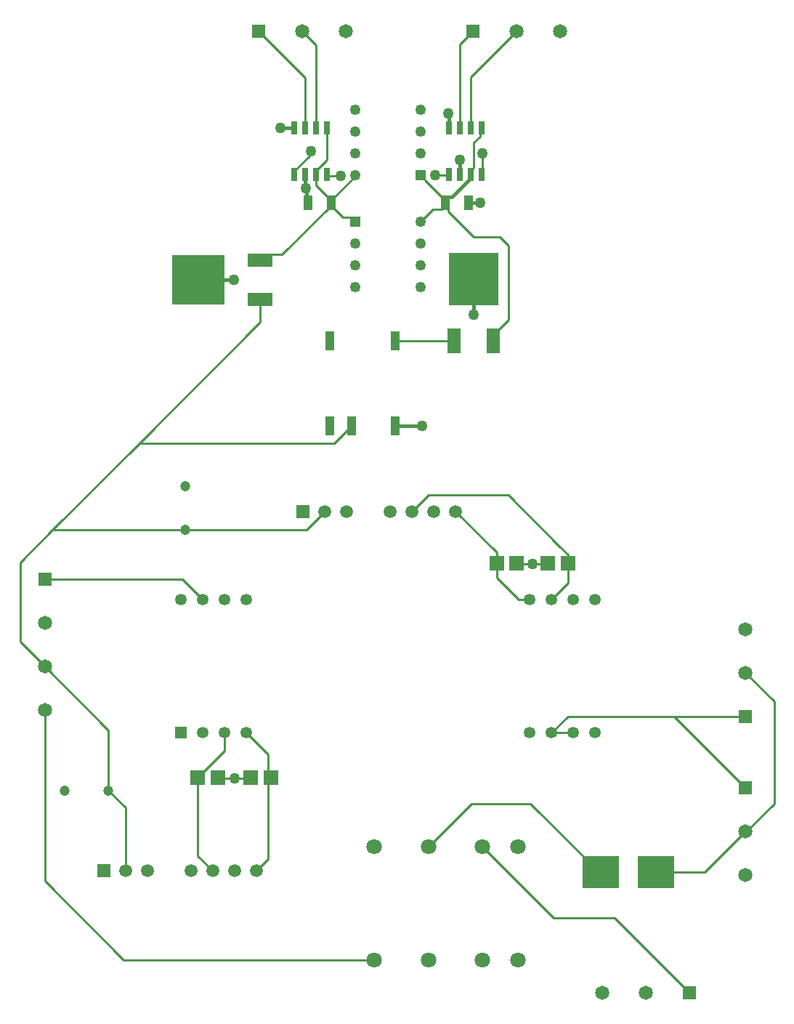
<source format=gtl>
G04*
G04 #@! TF.GenerationSoftware,Altium Limited,Altium Designer,21.9.2 (33)*
G04*
G04 Layer_Physical_Order=1*
G04 Layer_Color=255*
%FSLAX43Y43*%
%MOMM*%
G71*
G04*
G04 #@! TF.SameCoordinates,8A64DE41-CE10-4B2C-A13A-6A112CDDCE5D*
G04*
G04*
G04 #@! TF.FilePolarity,Positive*
G04*
G01*
G75*
%ADD14C,0.254*%
%ADD17R,1.000X2.290*%
%ADD18R,0.650X1.525*%
%ADD19R,1.100X1.700*%
%ADD20R,3.000X1.600*%
%ADD21R,6.200X5.800*%
%ADD22R,1.600X3.000*%
%ADD23R,5.800X6.200*%
%ADD24R,1.754X1.806*%
%ADD25R,4.242X3.810*%
%ADD42C,1.350*%
%ADD43R,1.350X1.350*%
%ADD45C,0.381*%
%ADD46C,1.650*%
%ADD47R,1.650X1.650*%
%ADD48C,1.250*%
%ADD49R,1.250X1.250*%
%ADD50C,1.800*%
%ADD51R,1.650X1.650*%
%ADD52C,1.200*%
%ADD53C,1.508*%
%ADD54R,1.508X1.508*%
%ADD55C,1.270*%
D14*
X55437Y101528D02*
X56000Y102091D01*
X54365Y106712D02*
Y116445D01*
X55635Y106712D02*
Y112635D01*
X37635Y106712D02*
Y116365D01*
X36365Y106712D02*
Y112555D01*
X30920Y118000D02*
X36365Y112555D01*
X36000Y118000D02*
X37635Y116365D01*
X54365Y116445D02*
X55920Y118000D01*
X55635Y112635D02*
X61000Y118000D01*
X55700Y28000D02*
X62596D01*
X51510Y101254D02*
X53061D01*
X53095Y101288D01*
X56962Y101345D02*
Y103687D01*
X57020Y103744D01*
X56905Y101288D02*
X56962Y101345D01*
X56000Y105000D02*
X56749Y105749D01*
X56000Y102091D02*
Y105000D01*
X56749Y105749D02*
Y106556D01*
X56905Y106712D01*
X39048Y101145D02*
X40470D01*
X38905Y101288D02*
X39048Y101145D01*
X35095Y101726D02*
X36806Y103436D01*
Y103806D02*
X37000Y104000D01*
X35095Y101288D02*
Y101726D01*
X36806Y103436D02*
Y103806D01*
X38905Y102996D02*
Y106712D01*
X37635Y101726D02*
X38905Y102996D01*
X37635Y101288D02*
Y101726D01*
X53680Y81955D02*
X53715Y81920D01*
X46810Y81955D02*
X53680D01*
X17000Y70000D02*
X31080Y84080D01*
X6910Y59910D02*
X17000Y70000D01*
X39685D02*
X41730Y72045D01*
X17000Y70000D02*
X39685D01*
X50760Y64000D02*
X60000D01*
X48810Y62050D02*
X50760Y64000D01*
X60000D02*
X66000Y58000D01*
X67000Y57000D01*
X31080Y84080D02*
Y86715D01*
X52650Y98000D02*
X53000Y97650D01*
Y97000D02*
Y97650D01*
X56000Y94000D02*
X59000D01*
X53000Y97000D02*
X56000Y94000D01*
X60000Y84335D02*
Y93000D01*
X59000Y94000D02*
X60000Y93000D01*
X58285Y81920D02*
Y82620D01*
X60000Y84335D01*
X33608Y91958D02*
X39350Y97700D01*
X31080Y91285D02*
X31753Y91958D01*
X33608D01*
X39350Y97700D02*
Y98000D01*
X40742Y96308D02*
X41692D01*
X39350Y97700D02*
X40742Y96308D01*
X41692D02*
X42190Y95810D01*
X39350Y98300D02*
X42190Y101140D01*
X39350Y98000D02*
Y98300D01*
X42190Y101140D02*
Y101190D01*
X37635Y100015D02*
X39350Y98300D01*
X37635Y100015D02*
Y101288D01*
X52650Y98000D02*
Y98300D01*
X50308Y100642D02*
X52650Y98300D01*
X50308Y100642D02*
Y100692D01*
X49810Y101190D02*
X50308Y100692D01*
X51277Y97277D02*
X52227D01*
X49810Y95810D02*
X51277Y97277D01*
X52650Y97700D02*
Y98000D01*
X52227Y97277D02*
X52650Y97700D01*
X32000Y21548D02*
Y31000D01*
Y33743D01*
X65050Y36253D02*
X67590D01*
X70596Y20000D02*
X70812D01*
X62596Y28000D02*
X70596Y20000D01*
X50700Y23000D02*
X55700Y28000D01*
X65299Y14701D02*
X72379D01*
X81080Y6000D01*
X57000Y23000D02*
X65299Y14701D01*
X15200Y9800D02*
X44350D01*
X6000Y19000D02*
X15200Y9800D01*
X6000Y19000D02*
Y38920D01*
X28095Y30958D02*
X29958D01*
X30000Y31000D01*
X26218Y30958D02*
X28095D01*
X26176Y31000D02*
X26218Y30958D01*
X62816Y55961D02*
X64609D01*
X64648Y56000D01*
X61000D02*
X61039Y55961D01*
X62816D01*
X58648Y54352D02*
X61252Y51748D01*
X62510D01*
X58648Y54352D02*
Y56000D01*
X53890Y62050D02*
X58648Y57292D01*
Y56000D02*
Y57292D01*
X67000Y53698D02*
Y56000D01*
X65050Y51748D02*
X67000Y53698D01*
Y56000D02*
Y57000D01*
X30619Y20167D02*
X32000Y21548D01*
X23824Y21882D02*
X25539Y20167D01*
X23824Y21882D02*
Y31000D01*
X13421Y29538D02*
X15379Y27580D01*
Y20167D02*
Y27580D01*
X13421Y29538D02*
Y36579D01*
X6000Y44000D02*
X13421Y36579D01*
X3105Y46895D02*
X6000Y44000D01*
X3105Y46895D02*
Y56105D01*
X6910Y59910D01*
X22400D01*
X36510D02*
X38650Y62050D01*
X22400Y59910D02*
X36510D01*
X66961Y38161D02*
X87652Y38160D01*
X79358Y38124D02*
Y38139D01*
Y38124D02*
X87652Y29831D01*
X87751Y24751D02*
X91000Y28000D01*
X87652Y24751D02*
X87751D01*
X87652Y43241D02*
X91000Y39892D01*
Y28000D02*
Y39892D01*
X82901Y20000D02*
X87652Y24751D01*
X77200Y20000D02*
X82901D01*
X65050Y36253D02*
X66958Y38160D01*
X29490Y36253D02*
X32000Y33743D01*
X23824Y31026D02*
X26950Y34152D01*
X23824Y31000D02*
Y31026D01*
X26950Y34152D02*
Y36253D01*
X21998Y54160D02*
X24410Y51748D01*
X6000Y54160D02*
X21998D01*
D17*
X39190Y81955D02*
D03*
X46810D02*
D03*
Y72045D02*
D03*
X41730D02*
D03*
X39190D02*
D03*
D18*
X53095Y106712D02*
D03*
X54365D02*
D03*
X55635D02*
D03*
X56905D02*
D03*
Y101288D02*
D03*
X55635D02*
D03*
X54365D02*
D03*
X53095D02*
D03*
X35095Y106712D02*
D03*
X36365D02*
D03*
X37635D02*
D03*
X38905D02*
D03*
Y101288D02*
D03*
X37635D02*
D03*
X36365D02*
D03*
X35095D02*
D03*
D19*
X36650Y98000D02*
D03*
X39350D02*
D03*
X55350Y98000D02*
D03*
X52650D02*
D03*
D20*
X31080Y86715D02*
D03*
Y91285D02*
D03*
D21*
X23900Y89000D02*
D03*
D22*
X53715Y81920D02*
D03*
X58285D02*
D03*
D23*
X56000Y89100D02*
D03*
D24*
X23824Y31000D02*
D03*
X26176D02*
D03*
X30000D02*
D03*
X32352D02*
D03*
X64648Y56000D02*
D03*
X67000D02*
D03*
X58648D02*
D03*
X61000D02*
D03*
D25*
X77188Y20000D02*
D03*
X70812D02*
D03*
D42*
X21870Y51748D02*
D03*
X24410D02*
D03*
X26950D02*
D03*
X29490D02*
D03*
X62510D02*
D03*
X65050D02*
D03*
X67590D02*
D03*
X70130D02*
D03*
Y36253D02*
D03*
X67590D02*
D03*
X65050D02*
D03*
X62510D02*
D03*
X29490D02*
D03*
X26950D02*
D03*
X24410D02*
D03*
D43*
X21870D02*
D03*
D45*
X23900Y89000D02*
X23900Y89000D01*
X28000D01*
X56000Y89100D02*
X56000Y89100D01*
Y85000D02*
Y89100D01*
X53444Y98660D02*
X55635Y100851D01*
X53009Y98660D02*
X53444D01*
X52650Y98300D02*
X53009Y98660D01*
X55635Y100851D02*
Y101288D01*
X54348Y101298D02*
X54361Y101284D01*
X54348Y101298D02*
Y102953D01*
X54330Y102971D02*
X54348Y102953D01*
X54361Y101284D02*
X54365Y101288D01*
X55379Y98029D02*
X56747D01*
X55350Y98000D02*
X55379Y98029D01*
X53073Y106734D02*
Y108432D01*
Y106734D02*
X53095Y106712D01*
X53052Y108453D02*
X53073Y108432D01*
X36365Y101288D02*
X36375Y101278D01*
Y99709D02*
Y101278D01*
Y99709D02*
X36385Y99699D01*
X36517Y98133D02*
Y99567D01*
Y98133D02*
X36650Y98000D01*
X36385Y99699D02*
X36517Y99567D01*
X35085Y106722D02*
X35095Y106712D01*
X33419Y106722D02*
X35085D01*
X46855Y72000D02*
X50000D01*
X46810Y72045D02*
X46855Y72000D01*
D46*
X66080Y118000D02*
D03*
X61000D02*
D03*
X41080Y118000D02*
D03*
X36000D02*
D03*
X87652Y24751D02*
D03*
Y19671D02*
D03*
X87652Y48320D02*
D03*
Y43241D02*
D03*
X6000Y49080D02*
D03*
Y44000D02*
D03*
Y38920D02*
D03*
X76000Y6000D02*
D03*
X70920D02*
D03*
D47*
X55920Y118000D02*
D03*
X30920Y118000D02*
D03*
X81080Y6000D02*
D03*
D48*
X42190Y101190D02*
D03*
Y103730D02*
D03*
Y106270D02*
D03*
Y108810D02*
D03*
X49810D02*
D03*
Y106270D02*
D03*
Y103730D02*
D03*
Y95810D02*
D03*
Y93270D02*
D03*
Y90730D02*
D03*
Y88190D02*
D03*
X42190D02*
D03*
Y90730D02*
D03*
Y93270D02*
D03*
D49*
X49810Y101190D02*
D03*
X42190Y95810D02*
D03*
D50*
X50700Y23000D02*
D03*
X61100D02*
D03*
X57000D02*
D03*
X44350Y9800D02*
D03*
Y23000D02*
D03*
X50700Y9800D02*
D03*
X61100D02*
D03*
X57000D02*
D03*
D51*
X87652Y29831D02*
D03*
X87652Y38160D02*
D03*
X6000Y54160D02*
D03*
D52*
X22400Y59910D02*
D03*
Y64990D02*
D03*
X13421Y29538D02*
D03*
X8341D02*
D03*
D53*
X30619Y20167D02*
D03*
X28079D02*
D03*
X25539D02*
D03*
X22999D02*
D03*
X17919D02*
D03*
X15379D02*
D03*
X38650Y62050D02*
D03*
X41190D02*
D03*
X46270D02*
D03*
X48810D02*
D03*
X51350D02*
D03*
X53890D02*
D03*
D54*
X12839Y20167D02*
D03*
X36110Y62050D02*
D03*
D55*
X28000Y89000D02*
D03*
X56000Y85000D02*
D03*
X54330Y102971D02*
D03*
X56747Y98029D02*
D03*
X53052Y108453D02*
D03*
X36385Y99699D02*
D03*
X33419Y106722D02*
D03*
X50000Y72000D02*
D03*
X51510Y101254D02*
D03*
X57020Y103744D02*
D03*
X40470Y101145D02*
D03*
X37000Y104000D02*
D03*
X28095Y30958D02*
D03*
X62816Y55961D02*
D03*
M02*

</source>
